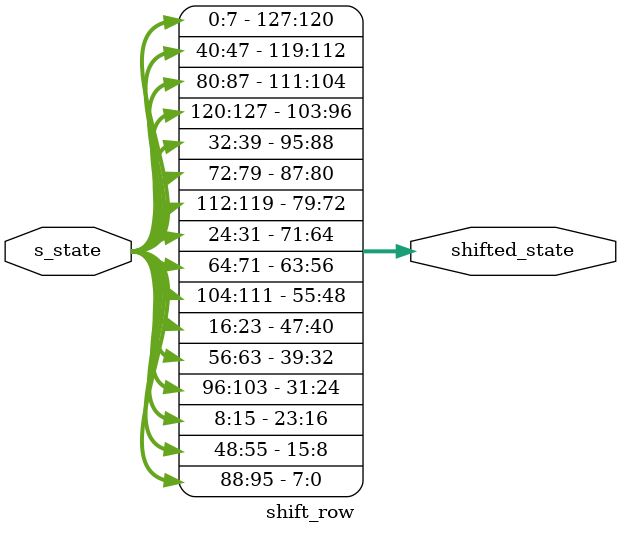
<source format=sv>

module shift_row(s_state,shifted_state);

input [0:127] s_state;
output [0:127] shifted_state;

assign shifted_state[0:7]  = s_state[0:7]; //0
assign shifted_state[8:15] = s_state[40:47];//1/
assign shifted_state[16:23] = s_state[80:87];//2/
assign shifted_state[24:31] = s_state[120:127];//3

assign shifted_state[32:39] = s_state[32:39];//4
assign shifted_state[40:47] = s_state[72:79];//5
assign shifted_state[48:55] = s_state[112:119];//6
assign shifted_state[56:63] = s_state[24:31];//7

assign shifted_state[64:71] = s_state[64:71];//8
assign shifted_state[72:79] = s_state[104:111];//9
assign shifted_state[80:87] = s_state[16:23];//10
assign shifted_state[88:95] = s_state[56:63];//11

assign shifted_state[96:103] = s_state[96:103];//12
assign shifted_state[104:111] = s_state[8:15];//13
assign shifted_state[112:119] = s_state[48:55];//14
assign shifted_state[120:127] = s_state[88:95];//15

endmodule
</source>
